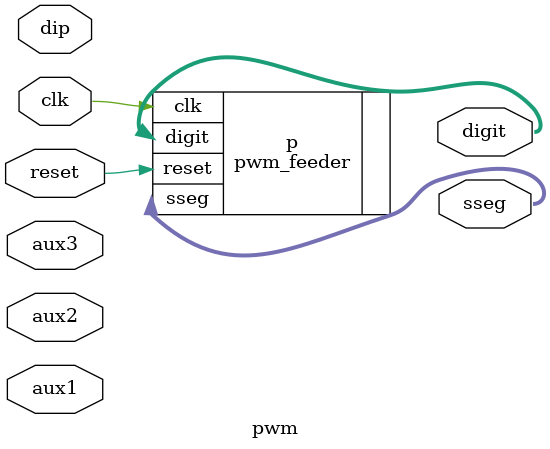
<source format=v>
`default_nettype none

module pwm(
    input wire clk,
    input wire reset,
    input wire [7:0] dip,
    input wire aux1, 
    input wire aux2, 
    input wire aux3,
    output wire [7:0] sseg,
    output wire [7:0] digit,
);

    wire [7:0] segmentfeed;

    pwm_feeder p(
        .clk(clk),
        .reset(reset),
        .sseg(sseg),
        .digit(digit)
    );
endmodule //top
</source>
